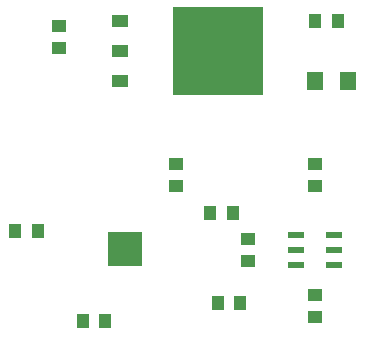
<source format=gbr>
G04 DipTrace 2.3.1.0*
%INTopPaste.gbr*%
%MOIN*%
%ADD44R,0.3021X0.2921*%
%ADD46R,0.0521X0.0421*%
%ADD48R,0.1142X0.1142*%
%ADD50O,0.0001X0.0301*%
%ADD52O,0.0301X0.0001*%
%ADD54R,0.0571X0.022*%
%ADD62R,0.0551X0.063*%
%ADD64R,0.0433X0.0512*%
%ADD66R,0.0512X0.0433*%
%FSLAX44Y44*%
G04*
G70*
G90*
G75*
G01*
%LNTopPaste*%
%LPD*%
D66*
X19318Y20543D3*
Y21291D3*
D64*
X27875Y21437D3*
X28623D3*
D62*
X27875Y19437D3*
X28977D3*
D64*
X24375Y15062D3*
X25123D3*
X24625Y12062D3*
X25373D3*
X18622Y14437D3*
X17874D3*
X20875Y11437D3*
X20126D3*
D66*
X23250Y15938D3*
Y16686D3*
X25625Y13437D3*
Y14185D3*
X27875Y15937D3*
Y16685D3*
Y12312D3*
Y11564D3*
D54*
X28500Y13312D3*
Y13812D3*
Y14312D3*
X27248D3*
Y13812D3*
Y13312D3*
D52*
X20540Y14544D3*
X20536Y14346D3*
Y14149D3*
Y13953D3*
Y13756D3*
Y13559D3*
Y13362D3*
Y13165D3*
D50*
X20831Y12870D3*
X21028D3*
X21225D3*
X21421D3*
X21618D3*
X21815D3*
X22012D3*
X22210Y12874D3*
D52*
X22504Y13165D3*
Y13362D3*
Y13559D3*
Y13756D3*
Y13953D3*
Y14149D3*
Y14346D3*
Y14543D3*
D50*
X22209Y14838D3*
X22012D3*
X21815D3*
X21618D3*
X21421D3*
X21225D3*
X21028D3*
X20830Y14834D3*
D48*
X21520Y13854D3*
D46*
X21375Y21437D3*
Y20437D3*
Y19437D3*
D44*
X24625Y20437D3*
M02*

</source>
